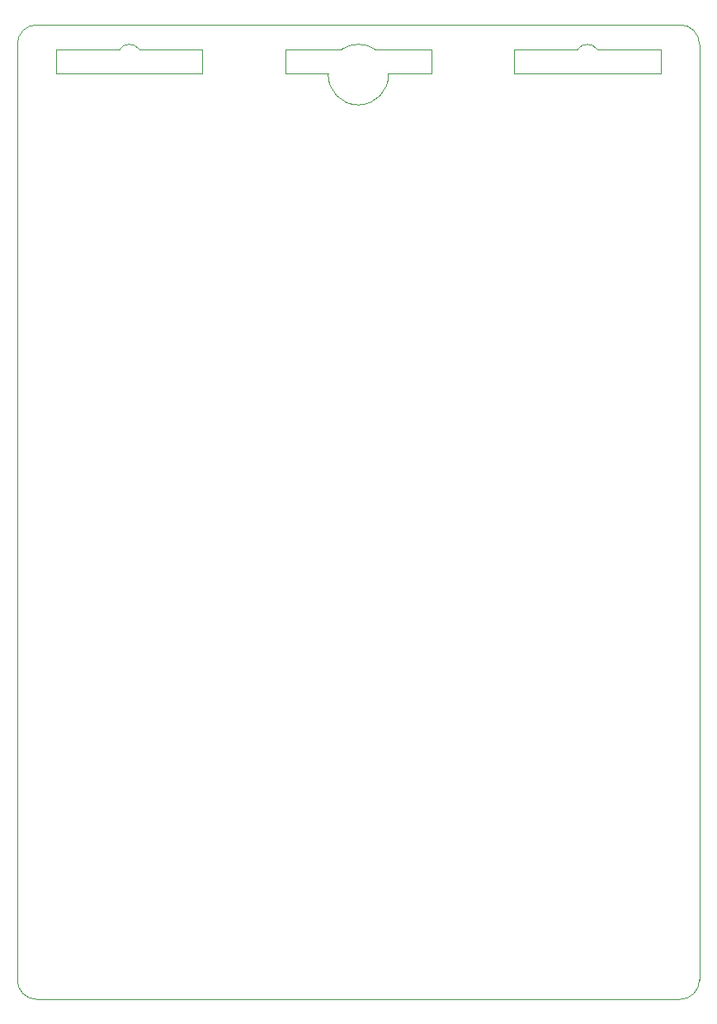
<source format=gbr>
G04 #@! TF.GenerationSoftware,KiCad,Pcbnew,6.0.11-2627ca5db0~126~ubuntu20.04.1*
G04 #@! TF.CreationDate,2023-08-31T15:29:59-05:00*
G04 #@! TF.ProjectId,iot-badge-433,696f742d-6261-4646-9765-2d3433332e6b,rev?*
G04 #@! TF.SameCoordinates,Original*
G04 #@! TF.FileFunction,Profile,NP*
%FSLAX46Y46*%
G04 Gerber Fmt 4.6, Leading zero omitted, Abs format (unit mm)*
G04 Created by KiCad (PCBNEW 6.0.11-2627ca5db0~126~ubuntu20.04.1) date 2023-08-31 15:29:59*
%MOMM*%
%LPD*%
G01*
G04 APERTURE LIST*
G04 #@! TA.AperFunction,Profile*
%ADD10C,0.050000*%
G04 #@! TD*
G04 APERTURE END LIST*
D10*
X104000000Y-52500000D02*
X110500000Y-52500000D01*
X102000000Y-50000000D02*
X168000000Y-50000000D01*
X170000000Y-52000000D02*
X170000000Y-148000000D01*
X127500000Y-52500000D02*
X127500000Y-55000000D01*
X119000000Y-52500000D02*
X119000000Y-55000000D01*
X136700000Y-52500000D02*
G75*
G03*
X133300000Y-52500000I-1700000J-2597872D01*
G01*
X159500000Y-52500000D02*
X166000000Y-52500000D01*
X131900000Y-55000000D02*
G75*
G03*
X138100000Y-55000000I3100000J-121799D01*
G01*
X138100000Y-55000000D02*
X142500000Y-55000000D01*
X112500000Y-52500000D02*
G75*
G03*
X110500000Y-52500000I-1000000J-753553D01*
G01*
X136700000Y-52500000D02*
X142500000Y-52500000D01*
X151000000Y-55000000D02*
X166000000Y-55000000D01*
X112500000Y-52500000D02*
X119000000Y-52500000D01*
X166000000Y-52500000D02*
X166000000Y-55000000D01*
X104000000Y-55000000D02*
X119000000Y-55000000D01*
X142500000Y-52500000D02*
X142500000Y-55000000D01*
X100000000Y-52000000D02*
X100000000Y-148000000D01*
X104000000Y-52500000D02*
X104000000Y-55000000D01*
X168000000Y-150000000D02*
G75*
G03*
X170000000Y-148000000I0J2000000D01*
G01*
X170000000Y-52000000D02*
G75*
G03*
X168000000Y-50000000I-2000000J0D01*
G01*
X151000000Y-52500000D02*
X157500000Y-52500000D01*
X100000000Y-148000000D02*
G75*
G03*
X102000000Y-150000000I2000000J0D01*
G01*
X127500000Y-52500000D02*
X133300000Y-52500000D01*
X102000000Y-150000000D02*
X168000000Y-150000000D01*
X159500000Y-52500000D02*
G75*
G03*
X157500000Y-52500000I-1000000J-753553D01*
G01*
X127500000Y-55000000D02*
X131900000Y-55000000D01*
X102000000Y-50000000D02*
G75*
G03*
X100000000Y-52000000I0J-2000000D01*
G01*
X151000000Y-52500000D02*
X151000000Y-55000000D01*
M02*

</source>
